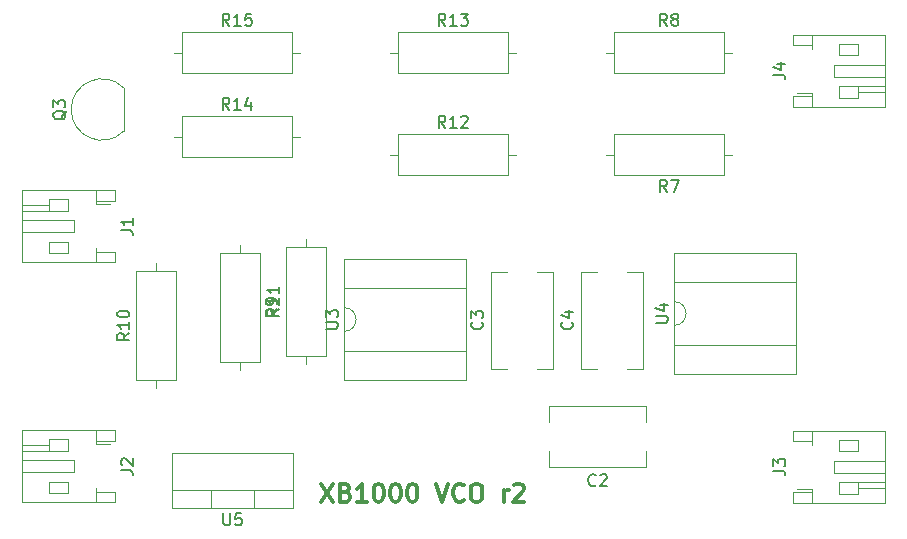
<source format=gto>
G04 #@! TF.GenerationSoftware,KiCad,Pcbnew,(5.0.1)-rc2*
G04 #@! TF.CreationDate,2018-10-16T23:55:48-04:00*
G04 #@! TF.ProjectId,vco2,76636F322E6B696361645F7063620000,1*
G04 #@! TF.SameCoordinates,Original*
G04 #@! TF.FileFunction,Legend,Top*
G04 #@! TF.FilePolarity,Positive*
%FSLAX46Y46*%
G04 Gerber Fmt 4.6, Leading zero omitted, Abs format (unit mm)*
G04 Created by KiCad (PCBNEW (5.0.1)-rc2) date 10/16/2018 11:55:48 PM*
%MOMM*%
%LPD*%
G01*
G04 APERTURE LIST*
%ADD10C,0.300000*%
%ADD11C,0.120000*%
%ADD12C,0.150000*%
G04 APERTURE END LIST*
D10*
X93246857Y-126940571D02*
X94246857Y-128440571D01*
X94246857Y-126940571D02*
X93246857Y-128440571D01*
X95318285Y-127654857D02*
X95532571Y-127726285D01*
X95604000Y-127797714D01*
X95675428Y-127940571D01*
X95675428Y-128154857D01*
X95604000Y-128297714D01*
X95532571Y-128369142D01*
X95389714Y-128440571D01*
X94818285Y-128440571D01*
X94818285Y-126940571D01*
X95318285Y-126940571D01*
X95461142Y-127012000D01*
X95532571Y-127083428D01*
X95604000Y-127226285D01*
X95604000Y-127369142D01*
X95532571Y-127512000D01*
X95461142Y-127583428D01*
X95318285Y-127654857D01*
X94818285Y-127654857D01*
X97104000Y-128440571D02*
X96246857Y-128440571D01*
X96675428Y-128440571D02*
X96675428Y-126940571D01*
X96532571Y-127154857D01*
X96389714Y-127297714D01*
X96246857Y-127369142D01*
X98032571Y-126940571D02*
X98175428Y-126940571D01*
X98318285Y-127012000D01*
X98389714Y-127083428D01*
X98461142Y-127226285D01*
X98532571Y-127512000D01*
X98532571Y-127869142D01*
X98461142Y-128154857D01*
X98389714Y-128297714D01*
X98318285Y-128369142D01*
X98175428Y-128440571D01*
X98032571Y-128440571D01*
X97889714Y-128369142D01*
X97818285Y-128297714D01*
X97746857Y-128154857D01*
X97675428Y-127869142D01*
X97675428Y-127512000D01*
X97746857Y-127226285D01*
X97818285Y-127083428D01*
X97889714Y-127012000D01*
X98032571Y-126940571D01*
X99461142Y-126940571D02*
X99604000Y-126940571D01*
X99746857Y-127012000D01*
X99818285Y-127083428D01*
X99889714Y-127226285D01*
X99961142Y-127512000D01*
X99961142Y-127869142D01*
X99889714Y-128154857D01*
X99818285Y-128297714D01*
X99746857Y-128369142D01*
X99604000Y-128440571D01*
X99461142Y-128440571D01*
X99318285Y-128369142D01*
X99246857Y-128297714D01*
X99175428Y-128154857D01*
X99104000Y-127869142D01*
X99104000Y-127512000D01*
X99175428Y-127226285D01*
X99246857Y-127083428D01*
X99318285Y-127012000D01*
X99461142Y-126940571D01*
X100889714Y-126940571D02*
X101032571Y-126940571D01*
X101175428Y-127012000D01*
X101246857Y-127083428D01*
X101318285Y-127226285D01*
X101389714Y-127512000D01*
X101389714Y-127869142D01*
X101318285Y-128154857D01*
X101246857Y-128297714D01*
X101175428Y-128369142D01*
X101032571Y-128440571D01*
X100889714Y-128440571D01*
X100746857Y-128369142D01*
X100675428Y-128297714D01*
X100604000Y-128154857D01*
X100532571Y-127869142D01*
X100532571Y-127512000D01*
X100604000Y-127226285D01*
X100675428Y-127083428D01*
X100746857Y-127012000D01*
X100889714Y-126940571D01*
X102961142Y-126940571D02*
X103461142Y-128440571D01*
X103961142Y-126940571D01*
X105318285Y-128297714D02*
X105246857Y-128369142D01*
X105032571Y-128440571D01*
X104889714Y-128440571D01*
X104675428Y-128369142D01*
X104532571Y-128226285D01*
X104461142Y-128083428D01*
X104389714Y-127797714D01*
X104389714Y-127583428D01*
X104461142Y-127297714D01*
X104532571Y-127154857D01*
X104675428Y-127012000D01*
X104889714Y-126940571D01*
X105032571Y-126940571D01*
X105246857Y-127012000D01*
X105318285Y-127083428D01*
X106246857Y-126940571D02*
X106532571Y-126940571D01*
X106675428Y-127012000D01*
X106818285Y-127154857D01*
X106889714Y-127440571D01*
X106889714Y-127940571D01*
X106818285Y-128226285D01*
X106675428Y-128369142D01*
X106532571Y-128440571D01*
X106246857Y-128440571D01*
X106104000Y-128369142D01*
X105961142Y-128226285D01*
X105889714Y-127940571D01*
X105889714Y-127440571D01*
X105961142Y-127154857D01*
X106104000Y-127012000D01*
X106246857Y-126940571D01*
X108675428Y-128440571D02*
X108675428Y-127440571D01*
X108675428Y-127726285D02*
X108746857Y-127583428D01*
X108818285Y-127512000D01*
X108961142Y-127440571D01*
X109104000Y-127440571D01*
X109532571Y-127083428D02*
X109604000Y-127012000D01*
X109746857Y-126940571D01*
X110104000Y-126940571D01*
X110246857Y-127012000D01*
X110318285Y-127083428D01*
X110389714Y-127226285D01*
X110389714Y-127369142D01*
X110318285Y-127583428D01*
X109461142Y-128440571D01*
X110389714Y-128440571D01*
D11*
G04 #@! TO.C,R12*
X99774000Y-97340000D02*
X99774000Y-100780000D01*
X99774000Y-100780000D02*
X109014000Y-100780000D01*
X109014000Y-100780000D02*
X109014000Y-97340000D01*
X109014000Y-97340000D02*
X99774000Y-97340000D01*
X99084000Y-99060000D02*
X99774000Y-99060000D01*
X109704000Y-99060000D02*
X109014000Y-99060000D01*
G04 #@! TO.C,U4*
X123130000Y-111522000D02*
G75*
G02X123130000Y-113522000I0J-1000000D01*
G01*
X123130000Y-113522000D02*
X123130000Y-115172000D01*
X123130000Y-115172000D02*
X133410000Y-115172000D01*
X133410000Y-115172000D02*
X133410000Y-109872000D01*
X133410000Y-109872000D02*
X123130000Y-109872000D01*
X123130000Y-109872000D02*
X123130000Y-111522000D01*
X123070000Y-117662000D02*
X133470000Y-117662000D01*
X133470000Y-117662000D02*
X133470000Y-107382000D01*
X133470000Y-107382000D02*
X123070000Y-107382000D01*
X123070000Y-107382000D02*
X123070000Y-117662000D01*
G04 #@! TO.C,J2*
X74155000Y-123600000D02*
X75370000Y-123600000D01*
X70195000Y-123660000D02*
X67935000Y-123660000D01*
X70195000Y-124160000D02*
X67935000Y-124160000D01*
X71795000Y-126760000D02*
X71795000Y-127760000D01*
X70195000Y-126760000D02*
X71795000Y-126760000D01*
X70195000Y-127760000D02*
X70195000Y-126760000D01*
X71795000Y-127760000D02*
X70195000Y-127760000D01*
X71795000Y-124160000D02*
X71795000Y-123160000D01*
X70195000Y-124160000D02*
X71795000Y-124160000D01*
X70195000Y-123160000D02*
X70195000Y-124160000D01*
X71795000Y-123160000D02*
X70195000Y-123160000D01*
X74155000Y-128520000D02*
X74155000Y-127600000D01*
X74155000Y-122400000D02*
X74155000Y-123320000D01*
X72295000Y-125960000D02*
X67935000Y-125960000D01*
X72295000Y-124960000D02*
X72295000Y-125960000D01*
X67935000Y-124960000D02*
X72295000Y-124960000D01*
X74155000Y-127600000D02*
X74155000Y-127320000D01*
X75755000Y-127600000D02*
X74155000Y-127600000D01*
X75755000Y-128520000D02*
X75755000Y-127600000D01*
X67935000Y-128520000D02*
X75755000Y-128520000D01*
X67935000Y-122400000D02*
X67935000Y-128520000D01*
X75755000Y-122400000D02*
X67935000Y-122400000D01*
X75755000Y-123320000D02*
X75755000Y-122400000D01*
X74155000Y-123320000D02*
X75755000Y-123320000D01*
X74155000Y-123600000D02*
X74155000Y-123320000D01*
G04 #@! TO.C,U3*
X95130000Y-107890000D02*
X95130000Y-118170000D01*
X105530000Y-107890000D02*
X95130000Y-107890000D01*
X105530000Y-118170000D02*
X105530000Y-107890000D01*
X95130000Y-118170000D02*
X105530000Y-118170000D01*
X95190000Y-110380000D02*
X95190000Y-112030000D01*
X105470000Y-110380000D02*
X95190000Y-110380000D01*
X105470000Y-115680000D02*
X105470000Y-110380000D01*
X95190000Y-115680000D02*
X105470000Y-115680000D01*
X95190000Y-114030000D02*
X95190000Y-115680000D01*
X95190000Y-112030000D02*
G75*
G02X95190000Y-114030000I0J-1000000D01*
G01*
G04 #@! TO.C,C3*
X107616000Y-117210000D02*
X107616000Y-108970000D01*
X112856000Y-117210000D02*
X112856000Y-108970000D01*
X107616000Y-117210000D02*
X108980000Y-117210000D01*
X111492000Y-117210000D02*
X112856000Y-117210000D01*
X107616000Y-108970000D02*
X108980000Y-108970000D01*
X111492000Y-108970000D02*
X112856000Y-108970000D01*
G04 #@! TO.C,R10*
X79248000Y-108228000D02*
X79248000Y-108918000D01*
X79248000Y-118848000D02*
X79248000Y-118158000D01*
X77528000Y-108918000D02*
X77528000Y-118158000D01*
X80968000Y-108918000D02*
X77528000Y-108918000D01*
X80968000Y-118158000D02*
X80968000Y-108918000D01*
X77528000Y-118158000D02*
X80968000Y-118158000D01*
G04 #@! TO.C,R14*
X91416000Y-97536000D02*
X90726000Y-97536000D01*
X80796000Y-97536000D02*
X81486000Y-97536000D01*
X90726000Y-95816000D02*
X81486000Y-95816000D01*
X90726000Y-99256000D02*
X90726000Y-95816000D01*
X81486000Y-99256000D02*
X90726000Y-99256000D01*
X81486000Y-95816000D02*
X81486000Y-99256000D01*
G04 #@! TO.C,Q3*
X76526000Y-97050000D02*
X76526000Y-93450000D01*
X76514478Y-97088478D02*
G75*
G02X72076000Y-95250000I-1838478J1838478D01*
G01*
X76514478Y-93411522D02*
G75*
G03X72076000Y-95250000I-1838478J-1838478D01*
G01*
G04 #@! TO.C,J1*
X74155000Y-103280000D02*
X74155000Y-103000000D01*
X74155000Y-103000000D02*
X75755000Y-103000000D01*
X75755000Y-103000000D02*
X75755000Y-102080000D01*
X75755000Y-102080000D02*
X67935000Y-102080000D01*
X67935000Y-102080000D02*
X67935000Y-108200000D01*
X67935000Y-108200000D02*
X75755000Y-108200000D01*
X75755000Y-108200000D02*
X75755000Y-107280000D01*
X75755000Y-107280000D02*
X74155000Y-107280000D01*
X74155000Y-107280000D02*
X74155000Y-107000000D01*
X67935000Y-104640000D02*
X72295000Y-104640000D01*
X72295000Y-104640000D02*
X72295000Y-105640000D01*
X72295000Y-105640000D02*
X67935000Y-105640000D01*
X74155000Y-102080000D02*
X74155000Y-103000000D01*
X74155000Y-108200000D02*
X74155000Y-107280000D01*
X71795000Y-102840000D02*
X70195000Y-102840000D01*
X70195000Y-102840000D02*
X70195000Y-103840000D01*
X70195000Y-103840000D02*
X71795000Y-103840000D01*
X71795000Y-103840000D02*
X71795000Y-102840000D01*
X71795000Y-107440000D02*
X70195000Y-107440000D01*
X70195000Y-107440000D02*
X70195000Y-106440000D01*
X70195000Y-106440000D02*
X71795000Y-106440000D01*
X71795000Y-106440000D02*
X71795000Y-107440000D01*
X70195000Y-103840000D02*
X67935000Y-103840000D01*
X70195000Y-103340000D02*
X67935000Y-103340000D01*
X74155000Y-103280000D02*
X75370000Y-103280000D01*
G04 #@! TO.C,C2*
X120766000Y-125556000D02*
X112526000Y-125556000D01*
X120766000Y-120316000D02*
X112526000Y-120316000D01*
X120766000Y-125556000D02*
X120766000Y-124192000D01*
X120766000Y-121680000D02*
X120766000Y-120316000D01*
X112526000Y-125556000D02*
X112526000Y-124192000D01*
X112526000Y-121680000D02*
X112526000Y-120316000D01*
G04 #@! TO.C,C4*
X119112000Y-108970000D02*
X120476000Y-108970000D01*
X115236000Y-108970000D02*
X116600000Y-108970000D01*
X119112000Y-117210000D02*
X120476000Y-117210000D01*
X115236000Y-117210000D02*
X116600000Y-117210000D01*
X120476000Y-117210000D02*
X120476000Y-108970000D01*
X115236000Y-117210000D02*
X115236000Y-108970000D01*
G04 #@! TO.C,R9*
X88080000Y-107394000D02*
X84640000Y-107394000D01*
X84640000Y-107394000D02*
X84640000Y-116634000D01*
X84640000Y-116634000D02*
X88080000Y-116634000D01*
X88080000Y-116634000D02*
X88080000Y-107394000D01*
X86360000Y-106704000D02*
X86360000Y-107394000D01*
X86360000Y-117324000D02*
X86360000Y-116634000D01*
G04 #@! TO.C,R11*
X90228000Y-116126000D02*
X93668000Y-116126000D01*
X93668000Y-116126000D02*
X93668000Y-106886000D01*
X93668000Y-106886000D02*
X90228000Y-106886000D01*
X90228000Y-106886000D02*
X90228000Y-116126000D01*
X91948000Y-116816000D02*
X91948000Y-116126000D01*
X91948000Y-106196000D02*
X91948000Y-106886000D01*
G04 #@! TO.C,U5*
X90845000Y-129000000D02*
X80605000Y-129000000D01*
X90845000Y-124359000D02*
X80605000Y-124359000D01*
X90845000Y-129000000D02*
X90845000Y-124359000D01*
X80605000Y-129000000D02*
X80605000Y-124359000D01*
X90845000Y-127490000D02*
X80605000Y-127490000D01*
X87575000Y-129000000D02*
X87575000Y-127490000D01*
X83874000Y-129000000D02*
X83874000Y-127490000D01*
G04 #@! TO.C,J3*
X134760000Y-127352000D02*
X133545000Y-127352000D01*
X138720000Y-127292000D02*
X140980000Y-127292000D01*
X138720000Y-126792000D02*
X140980000Y-126792000D01*
X137120000Y-124192000D02*
X137120000Y-123192000D01*
X138720000Y-124192000D02*
X137120000Y-124192000D01*
X138720000Y-123192000D02*
X138720000Y-124192000D01*
X137120000Y-123192000D02*
X138720000Y-123192000D01*
X137120000Y-126792000D02*
X137120000Y-127792000D01*
X138720000Y-126792000D02*
X137120000Y-126792000D01*
X138720000Y-127792000D02*
X138720000Y-126792000D01*
X137120000Y-127792000D02*
X138720000Y-127792000D01*
X134760000Y-122432000D02*
X134760000Y-123352000D01*
X134760000Y-128552000D02*
X134760000Y-127632000D01*
X136620000Y-124992000D02*
X140980000Y-124992000D01*
X136620000Y-125992000D02*
X136620000Y-124992000D01*
X140980000Y-125992000D02*
X136620000Y-125992000D01*
X134760000Y-123352000D02*
X134760000Y-123632000D01*
X133160000Y-123352000D02*
X134760000Y-123352000D01*
X133160000Y-122432000D02*
X133160000Y-123352000D01*
X140980000Y-122432000D02*
X133160000Y-122432000D01*
X140980000Y-128552000D02*
X140980000Y-122432000D01*
X133160000Y-128552000D02*
X140980000Y-128552000D01*
X133160000Y-127632000D02*
X133160000Y-128552000D01*
X134760000Y-127632000D02*
X133160000Y-127632000D01*
X134760000Y-127352000D02*
X134760000Y-127632000D01*
G04 #@! TO.C,J4*
X134760000Y-93824000D02*
X134760000Y-94104000D01*
X134760000Y-94104000D02*
X133160000Y-94104000D01*
X133160000Y-94104000D02*
X133160000Y-95024000D01*
X133160000Y-95024000D02*
X140980000Y-95024000D01*
X140980000Y-95024000D02*
X140980000Y-88904000D01*
X140980000Y-88904000D02*
X133160000Y-88904000D01*
X133160000Y-88904000D02*
X133160000Y-89824000D01*
X133160000Y-89824000D02*
X134760000Y-89824000D01*
X134760000Y-89824000D02*
X134760000Y-90104000D01*
X140980000Y-92464000D02*
X136620000Y-92464000D01*
X136620000Y-92464000D02*
X136620000Y-91464000D01*
X136620000Y-91464000D02*
X140980000Y-91464000D01*
X134760000Y-95024000D02*
X134760000Y-94104000D01*
X134760000Y-88904000D02*
X134760000Y-89824000D01*
X137120000Y-94264000D02*
X138720000Y-94264000D01*
X138720000Y-94264000D02*
X138720000Y-93264000D01*
X138720000Y-93264000D02*
X137120000Y-93264000D01*
X137120000Y-93264000D02*
X137120000Y-94264000D01*
X137120000Y-89664000D02*
X138720000Y-89664000D01*
X138720000Y-89664000D02*
X138720000Y-90664000D01*
X138720000Y-90664000D02*
X137120000Y-90664000D01*
X137120000Y-90664000D02*
X137120000Y-89664000D01*
X138720000Y-93264000D02*
X140980000Y-93264000D01*
X138720000Y-93764000D02*
X140980000Y-93764000D01*
X134760000Y-93824000D02*
X133545000Y-93824000D01*
G04 #@! TO.C,R7*
X117372000Y-99060000D02*
X118062000Y-99060000D01*
X127992000Y-99060000D02*
X127302000Y-99060000D01*
X118062000Y-100780000D02*
X127302000Y-100780000D01*
X118062000Y-97340000D02*
X118062000Y-100780000D01*
X127302000Y-97340000D02*
X118062000Y-97340000D01*
X127302000Y-100780000D02*
X127302000Y-97340000D01*
G04 #@! TO.C,R8*
X127992000Y-90424000D02*
X127302000Y-90424000D01*
X117372000Y-90424000D02*
X118062000Y-90424000D01*
X127302000Y-88704000D02*
X118062000Y-88704000D01*
X127302000Y-92144000D02*
X127302000Y-88704000D01*
X118062000Y-92144000D02*
X127302000Y-92144000D01*
X118062000Y-88704000D02*
X118062000Y-92144000D01*
G04 #@! TO.C,R13*
X99774000Y-88704000D02*
X99774000Y-92144000D01*
X99774000Y-92144000D02*
X109014000Y-92144000D01*
X109014000Y-92144000D02*
X109014000Y-88704000D01*
X109014000Y-88704000D02*
X99774000Y-88704000D01*
X99084000Y-90424000D02*
X99774000Y-90424000D01*
X109704000Y-90424000D02*
X109014000Y-90424000D01*
G04 #@! TO.C,R15*
X81486000Y-88704000D02*
X81486000Y-92144000D01*
X81486000Y-92144000D02*
X90726000Y-92144000D01*
X90726000Y-92144000D02*
X90726000Y-88704000D01*
X90726000Y-88704000D02*
X81486000Y-88704000D01*
X80796000Y-90424000D02*
X81486000Y-90424000D01*
X91416000Y-90424000D02*
X90726000Y-90424000D01*
G04 #@! TO.C,R12*
D12*
X103751142Y-96792380D02*
X103417809Y-96316190D01*
X103179714Y-96792380D02*
X103179714Y-95792380D01*
X103560666Y-95792380D01*
X103655904Y-95840000D01*
X103703523Y-95887619D01*
X103751142Y-95982857D01*
X103751142Y-96125714D01*
X103703523Y-96220952D01*
X103655904Y-96268571D01*
X103560666Y-96316190D01*
X103179714Y-96316190D01*
X104703523Y-96792380D02*
X104132095Y-96792380D01*
X104417809Y-96792380D02*
X104417809Y-95792380D01*
X104322571Y-95935238D01*
X104227333Y-96030476D01*
X104132095Y-96078095D01*
X105084476Y-95887619D02*
X105132095Y-95840000D01*
X105227333Y-95792380D01*
X105465428Y-95792380D01*
X105560666Y-95840000D01*
X105608285Y-95887619D01*
X105655904Y-95982857D01*
X105655904Y-96078095D01*
X105608285Y-96220952D01*
X105036857Y-96792380D01*
X105655904Y-96792380D01*
G04 #@! TO.C,U4*
X121582380Y-113283904D02*
X122391904Y-113283904D01*
X122487142Y-113236285D01*
X122534761Y-113188666D01*
X122582380Y-113093428D01*
X122582380Y-112902952D01*
X122534761Y-112807714D01*
X122487142Y-112760095D01*
X122391904Y-112712476D01*
X121582380Y-112712476D01*
X121915714Y-111807714D02*
X122582380Y-111807714D01*
X121534761Y-112045809D02*
X122249047Y-112283904D01*
X122249047Y-111664857D01*
G04 #@! TO.C,J2*
X76297380Y-125793333D02*
X77011666Y-125793333D01*
X77154523Y-125840952D01*
X77249761Y-125936190D01*
X77297380Y-126079047D01*
X77297380Y-126174285D01*
X76392619Y-125364761D02*
X76345000Y-125317142D01*
X76297380Y-125221904D01*
X76297380Y-124983809D01*
X76345000Y-124888571D01*
X76392619Y-124840952D01*
X76487857Y-124793333D01*
X76583095Y-124793333D01*
X76725952Y-124840952D01*
X77297380Y-125412380D01*
X77297380Y-124793333D01*
G04 #@! TO.C,U3*
X93642380Y-113791904D02*
X94451904Y-113791904D01*
X94547142Y-113744285D01*
X94594761Y-113696666D01*
X94642380Y-113601428D01*
X94642380Y-113410952D01*
X94594761Y-113315714D01*
X94547142Y-113268095D01*
X94451904Y-113220476D01*
X93642380Y-113220476D01*
X93642380Y-112839523D02*
X93642380Y-112220476D01*
X94023333Y-112553809D01*
X94023333Y-112410952D01*
X94070952Y-112315714D01*
X94118571Y-112268095D01*
X94213809Y-112220476D01*
X94451904Y-112220476D01*
X94547142Y-112268095D01*
X94594761Y-112315714D01*
X94642380Y-112410952D01*
X94642380Y-112696666D01*
X94594761Y-112791904D01*
X94547142Y-112839523D01*
G04 #@! TO.C,C3*
X106843142Y-113256666D02*
X106890761Y-113304285D01*
X106938380Y-113447142D01*
X106938380Y-113542380D01*
X106890761Y-113685238D01*
X106795523Y-113780476D01*
X106700285Y-113828095D01*
X106509809Y-113875714D01*
X106366952Y-113875714D01*
X106176476Y-113828095D01*
X106081238Y-113780476D01*
X105986000Y-113685238D01*
X105938380Y-113542380D01*
X105938380Y-113447142D01*
X105986000Y-113304285D01*
X106033619Y-113256666D01*
X105938380Y-112923333D02*
X105938380Y-112304285D01*
X106319333Y-112637619D01*
X106319333Y-112494761D01*
X106366952Y-112399523D01*
X106414571Y-112351904D01*
X106509809Y-112304285D01*
X106747904Y-112304285D01*
X106843142Y-112351904D01*
X106890761Y-112399523D01*
X106938380Y-112494761D01*
X106938380Y-112780476D01*
X106890761Y-112875714D01*
X106843142Y-112923333D01*
G04 #@! TO.C,R10*
X76980380Y-114180857D02*
X76504190Y-114514190D01*
X76980380Y-114752285D02*
X75980380Y-114752285D01*
X75980380Y-114371333D01*
X76028000Y-114276095D01*
X76075619Y-114228476D01*
X76170857Y-114180857D01*
X76313714Y-114180857D01*
X76408952Y-114228476D01*
X76456571Y-114276095D01*
X76504190Y-114371333D01*
X76504190Y-114752285D01*
X76980380Y-113228476D02*
X76980380Y-113799904D01*
X76980380Y-113514190D02*
X75980380Y-113514190D01*
X76123238Y-113609428D01*
X76218476Y-113704666D01*
X76266095Y-113799904D01*
X75980380Y-112609428D02*
X75980380Y-112514190D01*
X76028000Y-112418952D01*
X76075619Y-112371333D01*
X76170857Y-112323714D01*
X76361333Y-112276095D01*
X76599428Y-112276095D01*
X76789904Y-112323714D01*
X76885142Y-112371333D01*
X76932761Y-112418952D01*
X76980380Y-112514190D01*
X76980380Y-112609428D01*
X76932761Y-112704666D01*
X76885142Y-112752285D01*
X76789904Y-112799904D01*
X76599428Y-112847523D01*
X76361333Y-112847523D01*
X76170857Y-112799904D01*
X76075619Y-112752285D01*
X76028000Y-112704666D01*
X75980380Y-112609428D01*
G04 #@! TO.C,R14*
X85463142Y-95268380D02*
X85129809Y-94792190D01*
X84891714Y-95268380D02*
X84891714Y-94268380D01*
X85272666Y-94268380D01*
X85367904Y-94316000D01*
X85415523Y-94363619D01*
X85463142Y-94458857D01*
X85463142Y-94601714D01*
X85415523Y-94696952D01*
X85367904Y-94744571D01*
X85272666Y-94792190D01*
X84891714Y-94792190D01*
X86415523Y-95268380D02*
X85844095Y-95268380D01*
X86129809Y-95268380D02*
X86129809Y-94268380D01*
X86034571Y-94411238D01*
X85939333Y-94506476D01*
X85844095Y-94554095D01*
X87272666Y-94601714D02*
X87272666Y-95268380D01*
X87034571Y-94220761D02*
X86796476Y-94935047D01*
X87415523Y-94935047D01*
G04 #@! TO.C,Q3*
X71663619Y-95345238D02*
X71616000Y-95440476D01*
X71520761Y-95535714D01*
X71377904Y-95678571D01*
X71330285Y-95773809D01*
X71330285Y-95869047D01*
X71568380Y-95821428D02*
X71520761Y-95916666D01*
X71425523Y-96011904D01*
X71235047Y-96059523D01*
X70901714Y-96059523D01*
X70711238Y-96011904D01*
X70616000Y-95916666D01*
X70568380Y-95821428D01*
X70568380Y-95630952D01*
X70616000Y-95535714D01*
X70711238Y-95440476D01*
X70901714Y-95392857D01*
X71235047Y-95392857D01*
X71425523Y-95440476D01*
X71520761Y-95535714D01*
X71568380Y-95630952D01*
X71568380Y-95821428D01*
X70568380Y-95059523D02*
X70568380Y-94440476D01*
X70949333Y-94773809D01*
X70949333Y-94630952D01*
X70996952Y-94535714D01*
X71044571Y-94488095D01*
X71139809Y-94440476D01*
X71377904Y-94440476D01*
X71473142Y-94488095D01*
X71520761Y-94535714D01*
X71568380Y-94630952D01*
X71568380Y-94916666D01*
X71520761Y-95011904D01*
X71473142Y-95059523D01*
G04 #@! TO.C,J1*
X76297380Y-105473333D02*
X77011666Y-105473333D01*
X77154523Y-105520952D01*
X77249761Y-105616190D01*
X77297380Y-105759047D01*
X77297380Y-105854285D01*
X77297380Y-104473333D02*
X77297380Y-105044761D01*
X77297380Y-104759047D02*
X76297380Y-104759047D01*
X76440238Y-104854285D01*
X76535476Y-104949523D01*
X76583095Y-105044761D01*
G04 #@! TO.C,C2*
X116479333Y-127043142D02*
X116431714Y-127090761D01*
X116288857Y-127138380D01*
X116193619Y-127138380D01*
X116050761Y-127090761D01*
X115955523Y-126995523D01*
X115907904Y-126900285D01*
X115860285Y-126709809D01*
X115860285Y-126566952D01*
X115907904Y-126376476D01*
X115955523Y-126281238D01*
X116050761Y-126186000D01*
X116193619Y-126138380D01*
X116288857Y-126138380D01*
X116431714Y-126186000D01*
X116479333Y-126233619D01*
X116860285Y-126233619D02*
X116907904Y-126186000D01*
X117003142Y-126138380D01*
X117241238Y-126138380D01*
X117336476Y-126186000D01*
X117384095Y-126233619D01*
X117431714Y-126328857D01*
X117431714Y-126424095D01*
X117384095Y-126566952D01*
X116812666Y-127138380D01*
X117431714Y-127138380D01*
G04 #@! TO.C,C4*
X114463142Y-113256666D02*
X114510761Y-113304285D01*
X114558380Y-113447142D01*
X114558380Y-113542380D01*
X114510761Y-113685238D01*
X114415523Y-113780476D01*
X114320285Y-113828095D01*
X114129809Y-113875714D01*
X113986952Y-113875714D01*
X113796476Y-113828095D01*
X113701238Y-113780476D01*
X113606000Y-113685238D01*
X113558380Y-113542380D01*
X113558380Y-113447142D01*
X113606000Y-113304285D01*
X113653619Y-113256666D01*
X113891714Y-112399523D02*
X114558380Y-112399523D01*
X113510761Y-112637619D02*
X114225047Y-112875714D01*
X114225047Y-112256666D01*
G04 #@! TO.C,R9*
X89532380Y-112180666D02*
X89056190Y-112514000D01*
X89532380Y-112752095D02*
X88532380Y-112752095D01*
X88532380Y-112371142D01*
X88580000Y-112275904D01*
X88627619Y-112228285D01*
X88722857Y-112180666D01*
X88865714Y-112180666D01*
X88960952Y-112228285D01*
X89008571Y-112275904D01*
X89056190Y-112371142D01*
X89056190Y-112752095D01*
X89532380Y-111704476D02*
X89532380Y-111514000D01*
X89484761Y-111418761D01*
X89437142Y-111371142D01*
X89294285Y-111275904D01*
X89103809Y-111228285D01*
X88722857Y-111228285D01*
X88627619Y-111275904D01*
X88580000Y-111323523D01*
X88532380Y-111418761D01*
X88532380Y-111609238D01*
X88580000Y-111704476D01*
X88627619Y-111752095D01*
X88722857Y-111799714D01*
X88960952Y-111799714D01*
X89056190Y-111752095D01*
X89103809Y-111704476D01*
X89151428Y-111609238D01*
X89151428Y-111418761D01*
X89103809Y-111323523D01*
X89056190Y-111275904D01*
X88960952Y-111228285D01*
G04 #@! TO.C,R11*
X89680380Y-112148857D02*
X89204190Y-112482190D01*
X89680380Y-112720285D02*
X88680380Y-112720285D01*
X88680380Y-112339333D01*
X88728000Y-112244095D01*
X88775619Y-112196476D01*
X88870857Y-112148857D01*
X89013714Y-112148857D01*
X89108952Y-112196476D01*
X89156571Y-112244095D01*
X89204190Y-112339333D01*
X89204190Y-112720285D01*
X89680380Y-111196476D02*
X89680380Y-111767904D01*
X89680380Y-111482190D02*
X88680380Y-111482190D01*
X88823238Y-111577428D01*
X88918476Y-111672666D01*
X88966095Y-111767904D01*
X89680380Y-110244095D02*
X89680380Y-110815523D01*
X89680380Y-110529809D02*
X88680380Y-110529809D01*
X88823238Y-110625047D01*
X88918476Y-110720285D01*
X88966095Y-110815523D01*
G04 #@! TO.C,U5*
X84963095Y-129452380D02*
X84963095Y-130261904D01*
X85010714Y-130357142D01*
X85058333Y-130404761D01*
X85153571Y-130452380D01*
X85344047Y-130452380D01*
X85439285Y-130404761D01*
X85486904Y-130357142D01*
X85534523Y-130261904D01*
X85534523Y-129452380D01*
X86486904Y-129452380D02*
X86010714Y-129452380D01*
X85963095Y-129928571D01*
X86010714Y-129880952D01*
X86105952Y-129833333D01*
X86344047Y-129833333D01*
X86439285Y-129880952D01*
X86486904Y-129928571D01*
X86534523Y-130023809D01*
X86534523Y-130261904D01*
X86486904Y-130357142D01*
X86439285Y-130404761D01*
X86344047Y-130452380D01*
X86105952Y-130452380D01*
X86010714Y-130404761D01*
X85963095Y-130357142D01*
G04 #@! TO.C,J3*
X131522380Y-125825333D02*
X132236666Y-125825333D01*
X132379523Y-125872952D01*
X132474761Y-125968190D01*
X132522380Y-126111047D01*
X132522380Y-126206285D01*
X131522380Y-125444380D02*
X131522380Y-124825333D01*
X131903333Y-125158666D01*
X131903333Y-125015809D01*
X131950952Y-124920571D01*
X131998571Y-124872952D01*
X132093809Y-124825333D01*
X132331904Y-124825333D01*
X132427142Y-124872952D01*
X132474761Y-124920571D01*
X132522380Y-125015809D01*
X132522380Y-125301523D01*
X132474761Y-125396761D01*
X132427142Y-125444380D01*
G04 #@! TO.C,J4*
X131522380Y-92297333D02*
X132236666Y-92297333D01*
X132379523Y-92344952D01*
X132474761Y-92440190D01*
X132522380Y-92583047D01*
X132522380Y-92678285D01*
X131855714Y-91392571D02*
X132522380Y-91392571D01*
X131474761Y-91630666D02*
X132189047Y-91868761D01*
X132189047Y-91249714D01*
G04 #@! TO.C,R7*
X122515333Y-102232380D02*
X122182000Y-101756190D01*
X121943904Y-102232380D02*
X121943904Y-101232380D01*
X122324857Y-101232380D01*
X122420095Y-101280000D01*
X122467714Y-101327619D01*
X122515333Y-101422857D01*
X122515333Y-101565714D01*
X122467714Y-101660952D01*
X122420095Y-101708571D01*
X122324857Y-101756190D01*
X121943904Y-101756190D01*
X122848666Y-101232380D02*
X123515333Y-101232380D01*
X123086761Y-102232380D01*
G04 #@! TO.C,R8*
X122515333Y-88156380D02*
X122182000Y-87680190D01*
X121943904Y-88156380D02*
X121943904Y-87156380D01*
X122324857Y-87156380D01*
X122420095Y-87204000D01*
X122467714Y-87251619D01*
X122515333Y-87346857D01*
X122515333Y-87489714D01*
X122467714Y-87584952D01*
X122420095Y-87632571D01*
X122324857Y-87680190D01*
X121943904Y-87680190D01*
X123086761Y-87584952D02*
X122991523Y-87537333D01*
X122943904Y-87489714D01*
X122896285Y-87394476D01*
X122896285Y-87346857D01*
X122943904Y-87251619D01*
X122991523Y-87204000D01*
X123086761Y-87156380D01*
X123277238Y-87156380D01*
X123372476Y-87204000D01*
X123420095Y-87251619D01*
X123467714Y-87346857D01*
X123467714Y-87394476D01*
X123420095Y-87489714D01*
X123372476Y-87537333D01*
X123277238Y-87584952D01*
X123086761Y-87584952D01*
X122991523Y-87632571D01*
X122943904Y-87680190D01*
X122896285Y-87775428D01*
X122896285Y-87965904D01*
X122943904Y-88061142D01*
X122991523Y-88108761D01*
X123086761Y-88156380D01*
X123277238Y-88156380D01*
X123372476Y-88108761D01*
X123420095Y-88061142D01*
X123467714Y-87965904D01*
X123467714Y-87775428D01*
X123420095Y-87680190D01*
X123372476Y-87632571D01*
X123277238Y-87584952D01*
G04 #@! TO.C,R13*
X103751142Y-88156380D02*
X103417809Y-87680190D01*
X103179714Y-88156380D02*
X103179714Y-87156380D01*
X103560666Y-87156380D01*
X103655904Y-87204000D01*
X103703523Y-87251619D01*
X103751142Y-87346857D01*
X103751142Y-87489714D01*
X103703523Y-87584952D01*
X103655904Y-87632571D01*
X103560666Y-87680190D01*
X103179714Y-87680190D01*
X104703523Y-88156380D02*
X104132095Y-88156380D01*
X104417809Y-88156380D02*
X104417809Y-87156380D01*
X104322571Y-87299238D01*
X104227333Y-87394476D01*
X104132095Y-87442095D01*
X105036857Y-87156380D02*
X105655904Y-87156380D01*
X105322571Y-87537333D01*
X105465428Y-87537333D01*
X105560666Y-87584952D01*
X105608285Y-87632571D01*
X105655904Y-87727809D01*
X105655904Y-87965904D01*
X105608285Y-88061142D01*
X105560666Y-88108761D01*
X105465428Y-88156380D01*
X105179714Y-88156380D01*
X105084476Y-88108761D01*
X105036857Y-88061142D01*
G04 #@! TO.C,R15*
X85463142Y-88156380D02*
X85129809Y-87680190D01*
X84891714Y-88156380D02*
X84891714Y-87156380D01*
X85272666Y-87156380D01*
X85367904Y-87204000D01*
X85415523Y-87251619D01*
X85463142Y-87346857D01*
X85463142Y-87489714D01*
X85415523Y-87584952D01*
X85367904Y-87632571D01*
X85272666Y-87680190D01*
X84891714Y-87680190D01*
X86415523Y-88156380D02*
X85844095Y-88156380D01*
X86129809Y-88156380D02*
X86129809Y-87156380D01*
X86034571Y-87299238D01*
X85939333Y-87394476D01*
X85844095Y-87442095D01*
X87320285Y-87156380D02*
X86844095Y-87156380D01*
X86796476Y-87632571D01*
X86844095Y-87584952D01*
X86939333Y-87537333D01*
X87177428Y-87537333D01*
X87272666Y-87584952D01*
X87320285Y-87632571D01*
X87367904Y-87727809D01*
X87367904Y-87965904D01*
X87320285Y-88061142D01*
X87272666Y-88108761D01*
X87177428Y-88156380D01*
X86939333Y-88156380D01*
X86844095Y-88108761D01*
X86796476Y-88061142D01*
G04 #@! TD*
M02*

</source>
